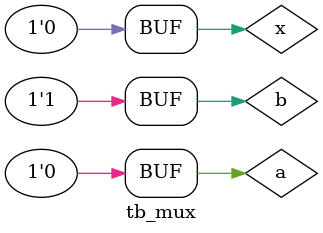
<source format=v>

`timescale 1us/1ns

module tb_mux(
    // no inputs here ;)
    );
	
   reg a;
   reg b;
   reg x;
   wire y;

	
    // Instantiate the DUT
    mux_1bit MUX1(
      .a(a),
      .b(b),
      .x(x),
      .y(y)
   );
  
	// Generate stimulus
	initial begin
	   #1; $display("Verilog is cool");
       #1; a = 1; b = 0; x = 1;
       #1; a = 0; b = 1; x = 0;
       #1; a = 0; b = 1; x = 1;
       #1; a = 0; b = 0; x = 1;
       #1; a = 1; b = 1; x = 1;
       #1; a = 0; b = 1; x = 0;
	   #5;
	end

endmodule



</source>
